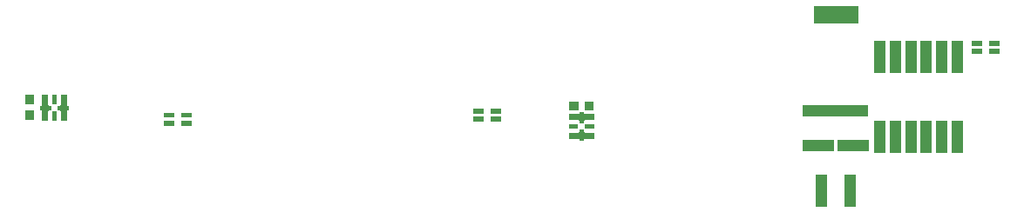
<source format=gbr>
G04 #@! TF.GenerationSoftware,KiCad,Pcbnew,(5.1.5)-3*
G04 #@! TF.CreationDate,2021-03-06T07:43:48-05:00*
G04 #@! TF.ProjectId,Body,426f6479-2e6b-4696-9361-645f70636258,rev?*
G04 #@! TF.SameCoordinates,Original*
G04 #@! TF.FileFunction,Soldermask,Bot*
G04 #@! TF.FilePolarity,Negative*
%FSLAX46Y46*%
G04 Gerber Fmt 4.6, Leading zero omitted, Abs format (unit mm)*
G04 Created by KiCad (PCBNEW (5.1.5)-3) date 2021-03-06 07:43:48*
%MOMM*%
%LPD*%
G04 APERTURE LIST*
%ADD10C,0.100000*%
G04 APERTURE END LIST*
D10*
G36*
X153000000Y-85200000D02*
G01*
X148800000Y-85200000D01*
X148800000Y-83600000D01*
X153000000Y-83600000D01*
X153000000Y-85200000D01*
G37*
X153000000Y-85200000D02*
X148800000Y-85200000D01*
X148800000Y-83600000D01*
X153000000Y-83600000D01*
X153000000Y-85200000D01*
G36*
X152851000Y-103151000D02*
G01*
X151749000Y-103151000D01*
X151749000Y-100049000D01*
X152851000Y-100049000D01*
X152851000Y-103151000D01*
G37*
G36*
X150051000Y-103151000D02*
G01*
X148949000Y-103151000D01*
X148949000Y-100049000D01*
X150051000Y-100049000D01*
X150051000Y-103151000D01*
G37*
G36*
X155751000Y-97901000D02*
G01*
X154649000Y-97901000D01*
X154649000Y-94799000D01*
X155751000Y-94799000D01*
X155751000Y-97901000D01*
G37*
G36*
X163251000Y-97901000D02*
G01*
X162149000Y-97901000D01*
X162149000Y-94799000D01*
X163251000Y-94799000D01*
X163251000Y-97901000D01*
G37*
G36*
X161751000Y-97901000D02*
G01*
X160649000Y-97901000D01*
X160649000Y-94799000D01*
X161751000Y-94799000D01*
X161751000Y-97901000D01*
G37*
G36*
X158751000Y-97901000D02*
G01*
X157649000Y-97901000D01*
X157649000Y-94799000D01*
X158751000Y-94799000D01*
X158751000Y-97901000D01*
G37*
G36*
X160251000Y-97901000D02*
G01*
X159149000Y-97901000D01*
X159149000Y-94799000D01*
X160251000Y-94799000D01*
X160251000Y-97901000D01*
G37*
G36*
X157251000Y-97901000D02*
G01*
X156149000Y-97901000D01*
X156149000Y-94799000D01*
X157251000Y-94799000D01*
X157251000Y-97901000D01*
G37*
G36*
X154151000Y-97801000D02*
G01*
X151049000Y-97801000D01*
X151049000Y-96699000D01*
X154151000Y-96699000D01*
X154151000Y-97801000D01*
G37*
G36*
X150751000Y-97801000D02*
G01*
X147649000Y-97801000D01*
X147649000Y-96699000D01*
X150751000Y-96699000D01*
X150751000Y-97801000D01*
G37*
G36*
X126410667Y-95629399D02*
G01*
X126403440Y-95653223D01*
X126401000Y-95677999D01*
X126401000Y-95822001D01*
X126403440Y-95846777D01*
X126410667Y-95870601D01*
X126422403Y-95892558D01*
X126438197Y-95911803D01*
X126457442Y-95927597D01*
X126479399Y-95939333D01*
X126503223Y-95946560D01*
X126527999Y-95949000D01*
X127451000Y-95949000D01*
X127451000Y-96551000D01*
X126527999Y-96551000D01*
X126503223Y-96553440D01*
X126479399Y-96560667D01*
X126457442Y-96572403D01*
X126438197Y-96588197D01*
X126422403Y-96607442D01*
X126410667Y-96629399D01*
X126403440Y-96653223D01*
X126401000Y-96677999D01*
X126401000Y-96731000D01*
X125999000Y-96731000D01*
X125999000Y-96677999D01*
X125996560Y-96653223D01*
X125989333Y-96629399D01*
X125977597Y-96607442D01*
X125961803Y-96588197D01*
X125942558Y-96572403D01*
X125920601Y-96560667D01*
X125896777Y-96553440D01*
X125872001Y-96551000D01*
X124949000Y-96551000D01*
X124949000Y-95949000D01*
X125872001Y-95949000D01*
X125896777Y-95946560D01*
X125920601Y-95939333D01*
X125942558Y-95927597D01*
X125961803Y-95911803D01*
X125977597Y-95892558D01*
X125989333Y-95870601D01*
X125996560Y-95846777D01*
X125999000Y-95822001D01*
X125999000Y-95677999D01*
X125996560Y-95653223D01*
X125989333Y-95629399D01*
X125989120Y-95629000D01*
X126410880Y-95629000D01*
X126410667Y-95629399D01*
G37*
G36*
X125860667Y-95149399D02*
G01*
X125853440Y-95173223D01*
X125851000Y-95197999D01*
X125851000Y-95502001D01*
X125853440Y-95526777D01*
X125860667Y-95550601D01*
X125860880Y-95551000D01*
X124949000Y-95551000D01*
X124949000Y-95149000D01*
X125860880Y-95149000D01*
X125860667Y-95149399D01*
G37*
G36*
X127451000Y-95551000D02*
G01*
X126539120Y-95551000D01*
X126539333Y-95550601D01*
X126546560Y-95526777D01*
X126549000Y-95502001D01*
X126549000Y-95197999D01*
X126546560Y-95173223D01*
X126539333Y-95149399D01*
X126539120Y-95149000D01*
X127451000Y-95149000D01*
X127451000Y-95551000D01*
G37*
G36*
X86651000Y-95301000D02*
G01*
X85649000Y-95301000D01*
X85649000Y-94799000D01*
X86651000Y-94799000D01*
X86651000Y-95301000D01*
G37*
G36*
X88351000Y-95301000D02*
G01*
X87349000Y-95301000D01*
X87349000Y-94799000D01*
X88351000Y-94799000D01*
X88351000Y-95301000D01*
G37*
G36*
X126401000Y-94022001D02*
G01*
X126403440Y-94046777D01*
X126410667Y-94070601D01*
X126422403Y-94092558D01*
X126438197Y-94111803D01*
X126457442Y-94127597D01*
X126479399Y-94139333D01*
X126503223Y-94146560D01*
X126527999Y-94149000D01*
X127451000Y-94149000D01*
X127451000Y-94751000D01*
X126527999Y-94751000D01*
X126503223Y-94753440D01*
X126479399Y-94760667D01*
X126457442Y-94772403D01*
X126438197Y-94788197D01*
X126422403Y-94807442D01*
X126410667Y-94829399D01*
X126403440Y-94853223D01*
X126401000Y-94877999D01*
X126401000Y-95022001D01*
X126403440Y-95046777D01*
X126410667Y-95070601D01*
X126410880Y-95071000D01*
X125989120Y-95071000D01*
X125989333Y-95070601D01*
X125996560Y-95046777D01*
X125999000Y-95022001D01*
X125999000Y-94877999D01*
X125996560Y-94853223D01*
X125989333Y-94829399D01*
X125977597Y-94807442D01*
X125961803Y-94788197D01*
X125942558Y-94772403D01*
X125920601Y-94760667D01*
X125896777Y-94753440D01*
X125872001Y-94751000D01*
X124949000Y-94751000D01*
X124949000Y-94149000D01*
X125872001Y-94149000D01*
X125896777Y-94146560D01*
X125920601Y-94139333D01*
X125942558Y-94127597D01*
X125961803Y-94111803D01*
X125977597Y-94092558D01*
X125989333Y-94070601D01*
X125996560Y-94046777D01*
X125999000Y-94022001D01*
X125999000Y-93965279D01*
X126003223Y-93966560D01*
X126027999Y-93969000D01*
X126372001Y-93969000D01*
X126396777Y-93966560D01*
X126401000Y-93965279D01*
X126401000Y-94022001D01*
G37*
G36*
X116701000Y-94901000D02*
G01*
X115699000Y-94901000D01*
X115699000Y-94399000D01*
X116701000Y-94399000D01*
X116701000Y-94901000D01*
G37*
G36*
X118401000Y-94901000D02*
G01*
X117399000Y-94901000D01*
X117399000Y-94399000D01*
X118401000Y-94399000D01*
X118401000Y-94901000D01*
G37*
G36*
X76201000Y-93222001D02*
G01*
X76203440Y-93246777D01*
X76210667Y-93270601D01*
X76222403Y-93292558D01*
X76238197Y-93311803D01*
X76257442Y-93327597D01*
X76279399Y-93339333D01*
X76303223Y-93346560D01*
X76327999Y-93349000D01*
X76381000Y-93349000D01*
X76381000Y-93751000D01*
X76327999Y-93751000D01*
X76303223Y-93753440D01*
X76279399Y-93760667D01*
X76257442Y-93772403D01*
X76238197Y-93788197D01*
X76222403Y-93807442D01*
X76210667Y-93829399D01*
X76203440Y-93853223D01*
X76201000Y-93877999D01*
X76201000Y-94801000D01*
X75599000Y-94801000D01*
X75599000Y-93877999D01*
X75596560Y-93853223D01*
X75589333Y-93829399D01*
X75577597Y-93807442D01*
X75561803Y-93788197D01*
X75542558Y-93772403D01*
X75520601Y-93760667D01*
X75496777Y-93753440D01*
X75472001Y-93751000D01*
X75327999Y-93751000D01*
X75303223Y-93753440D01*
X75279399Y-93760667D01*
X75279000Y-93760880D01*
X75279000Y-93339120D01*
X75279399Y-93339333D01*
X75303223Y-93346560D01*
X75327999Y-93349000D01*
X75472001Y-93349000D01*
X75496777Y-93346560D01*
X75520601Y-93339333D01*
X75542558Y-93327597D01*
X75561803Y-93311803D01*
X75577597Y-93292558D01*
X75589333Y-93270601D01*
X75596560Y-93246777D01*
X75599000Y-93222001D01*
X75599000Y-92299000D01*
X76201000Y-92299000D01*
X76201000Y-93222001D01*
G37*
G36*
X75201000Y-94801000D02*
G01*
X74799000Y-94801000D01*
X74799000Y-93889120D01*
X74799399Y-93889333D01*
X74823223Y-93896560D01*
X74847999Y-93899000D01*
X75152001Y-93899000D01*
X75176777Y-93896560D01*
X75200601Y-93889333D01*
X75201000Y-93889120D01*
X75201000Y-94801000D01*
G37*
G36*
X74401000Y-93222001D02*
G01*
X74403440Y-93246777D01*
X74410667Y-93270601D01*
X74422403Y-93292558D01*
X74438197Y-93311803D01*
X74457442Y-93327597D01*
X74479399Y-93339333D01*
X74503223Y-93346560D01*
X74527999Y-93349000D01*
X74672001Y-93349000D01*
X74696777Y-93346560D01*
X74720601Y-93339333D01*
X74721000Y-93339120D01*
X74721000Y-93760880D01*
X74720601Y-93760667D01*
X74696777Y-93753440D01*
X74672001Y-93751000D01*
X74527999Y-93751000D01*
X74503223Y-93753440D01*
X74479399Y-93760667D01*
X74457442Y-93772403D01*
X74438197Y-93788197D01*
X74422403Y-93807442D01*
X74410667Y-93829399D01*
X74403440Y-93853223D01*
X74401000Y-93877999D01*
X74401000Y-94801000D01*
X73799000Y-94801000D01*
X73799000Y-93877999D01*
X73796560Y-93853223D01*
X73789333Y-93829399D01*
X73777597Y-93807442D01*
X73761803Y-93788197D01*
X73742558Y-93772403D01*
X73720601Y-93760667D01*
X73696777Y-93753440D01*
X73672001Y-93751000D01*
X73619000Y-93751000D01*
X73619000Y-93349000D01*
X73672001Y-93349000D01*
X73696777Y-93346560D01*
X73720601Y-93339333D01*
X73742558Y-93327597D01*
X73761803Y-93311803D01*
X73777597Y-93292558D01*
X73789333Y-93270601D01*
X73796560Y-93246777D01*
X73799000Y-93222001D01*
X73799000Y-92299000D01*
X74401000Y-92299000D01*
X74401000Y-93222001D01*
G37*
G36*
X72976000Y-94701000D02*
G01*
X72124000Y-94701000D01*
X72124000Y-93799000D01*
X72976000Y-93799000D01*
X72976000Y-94701000D01*
G37*
G36*
X86651000Y-94501000D02*
G01*
X85649000Y-94501000D01*
X85649000Y-93999000D01*
X86651000Y-93999000D01*
X86651000Y-94501000D01*
G37*
G36*
X88351000Y-94501000D02*
G01*
X87349000Y-94501000D01*
X87349000Y-93999000D01*
X88351000Y-93999000D01*
X88351000Y-94501000D01*
G37*
G36*
X154051000Y-94351000D02*
G01*
X147649000Y-94351000D01*
X147649000Y-93249000D01*
X154051000Y-93249000D01*
X154051000Y-94351000D01*
G37*
G36*
X118401000Y-94101000D02*
G01*
X117399000Y-94101000D01*
X117399000Y-93599000D01*
X118401000Y-93599000D01*
X118401000Y-94101000D01*
G37*
G36*
X116701000Y-94101000D02*
G01*
X115699000Y-94101000D01*
X115699000Y-93599000D01*
X116701000Y-93599000D01*
X116701000Y-94101000D01*
G37*
G36*
X125901000Y-93779721D02*
G01*
X125896777Y-93778440D01*
X125872001Y-93776000D01*
X124999000Y-93776000D01*
X124999000Y-92924000D01*
X125901000Y-92924000D01*
X125901000Y-93779721D01*
G37*
G36*
X127401000Y-93776000D02*
G01*
X126527999Y-93776000D01*
X126503223Y-93778440D01*
X126499000Y-93779721D01*
X126499000Y-92924000D01*
X127401000Y-92924000D01*
X127401000Y-93776000D01*
G37*
G36*
X75201000Y-93210880D02*
G01*
X75200601Y-93210667D01*
X75176777Y-93203440D01*
X75152001Y-93201000D01*
X74847999Y-93201000D01*
X74823223Y-93203440D01*
X74799399Y-93210667D01*
X74799000Y-93210880D01*
X74799000Y-92299000D01*
X75201000Y-92299000D01*
X75201000Y-93210880D01*
G37*
G36*
X72976000Y-93201000D02*
G01*
X72124000Y-93201000D01*
X72124000Y-92299000D01*
X72976000Y-92299000D01*
X72976000Y-93201000D01*
G37*
G36*
X161751000Y-90151000D02*
G01*
X160649000Y-90151000D01*
X160649000Y-87049000D01*
X161751000Y-87049000D01*
X161751000Y-90151000D01*
G37*
G36*
X163251000Y-90151000D02*
G01*
X162149000Y-90151000D01*
X162149000Y-87049000D01*
X163251000Y-87049000D01*
X163251000Y-90151000D01*
G37*
G36*
X160251000Y-90151000D02*
G01*
X159149000Y-90151000D01*
X159149000Y-87049000D01*
X160251000Y-87049000D01*
X160251000Y-90151000D01*
G37*
G36*
X158751000Y-90151000D02*
G01*
X157649000Y-90151000D01*
X157649000Y-87049000D01*
X158751000Y-87049000D01*
X158751000Y-90151000D01*
G37*
G36*
X157251000Y-90151000D02*
G01*
X156149000Y-90151000D01*
X156149000Y-87049000D01*
X157251000Y-87049000D01*
X157251000Y-90151000D01*
G37*
G36*
X155751000Y-90151000D02*
G01*
X154649000Y-90151000D01*
X154649000Y-87049000D01*
X155751000Y-87049000D01*
X155751000Y-90151000D01*
G37*
G36*
X165101000Y-88301000D02*
G01*
X164099000Y-88301000D01*
X164099000Y-87799000D01*
X165101000Y-87799000D01*
X165101000Y-88301000D01*
G37*
G36*
X166801000Y-88301000D02*
G01*
X165799000Y-88301000D01*
X165799000Y-87799000D01*
X166801000Y-87799000D01*
X166801000Y-88301000D01*
G37*
G36*
X166801000Y-87501000D02*
G01*
X165799000Y-87501000D01*
X165799000Y-86999000D01*
X166801000Y-86999000D01*
X166801000Y-87501000D01*
G37*
G36*
X165101000Y-87501000D02*
G01*
X164099000Y-87501000D01*
X164099000Y-86999000D01*
X165101000Y-86999000D01*
X165101000Y-87501000D01*
G37*
M02*

</source>
